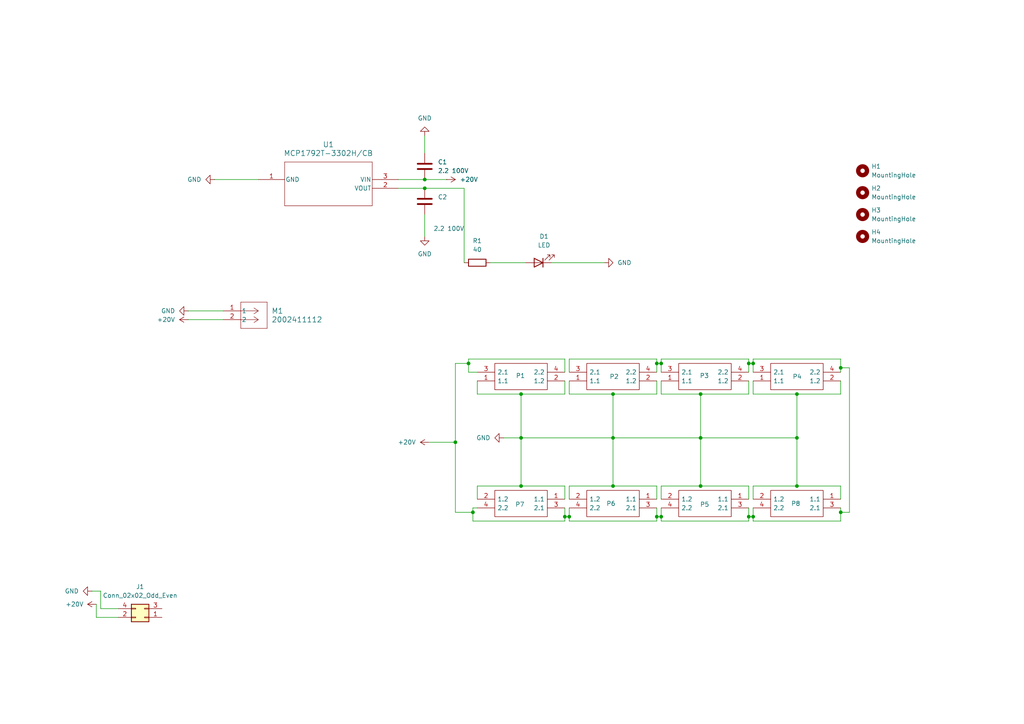
<source format=kicad_sch>
(kicad_sch (version 20250114) (generator "eeschema") (generator_version "9.0")
  (paper "A4")
  (title_block (title "Proxy PD") (rev "LL-Proxy-PD-A "))
  (lib_symbols
    (symbol "2025-08-04_21-40-05:2002411112" (pin_names (offset 0.254))
      (property "Reference" "J" (at 8.89 6.35 0))
      (property "Value" "2002411112" (at 0 0 0))
      (symbol "2002411112_1_1"
        (polyline (pts (xy 5.08 2.54) (xy 5.08 -5.08)) (stroke (width 0.127)))
        (polyline (pts (xy 5.08 -5.08) (xy 12.7 -5.08)) (stroke (width 0.127)))
        (polyline (pts (xy 10.16 0) (xy 5.08 0)) (stroke (width 0.127)))
        (polyline (pts (xy 10.16 0) (xy 8.89 0.8467)) (stroke (width 0.127)))
        (polyline (pts (xy 10.16 0) (xy 8.89 -0.8467)) (stroke (width 0.127)))
        (polyline (pts (xy 10.16 -2.54) (xy 5.08 -2.54)) (stroke (width 0.127)))
        (polyline (pts (xy 10.16 -2.54) (xy 8.89 -1.6933)) (stroke (width 0.127)))
        (polyline (pts (xy 10.16 -2.54) (xy 8.89 -3.3867)) (stroke (width 0.127)))
        (polyline (pts (xy 12.7 2.54) (xy 5.08 2.54)) (stroke (width 0.127)))
        (polyline (pts (xy 12.7 -5.08) (xy 12.7 2.54)) (stroke (width 0.127)))
        (pin unspecified line (at 0 0 0) (length 5.08) (name "1") (number "1"))
        (pin unspecified line (at 0 -2.54 0) (length 5.08) (name "2") (number "2"))
      )
      (symbol "2002411112_1_2"
        (polyline (pts (xy 5.08 2.54) (xy 5.08 -5.08)) (stroke (width 0.127)))
        (polyline (pts (xy 5.08 -5.08) (xy 12.7 -5.08)) (stroke (width 0.127)))
        (polyline (pts (xy 7.62 0) (xy 5.08 0)) (stroke (width 0.127)))
        (polyline (pts (xy 7.62 0) (xy 8.89 0.8467)) (stroke (width 0.127)))
        (polyline (pts (xy 7.62 0) (xy 8.89 -0.8467)) (stroke (width 0.127)))
        (polyline (pts (xy 7.62 -2.54) (xy 5.08 -2.54)) (stroke (width 0.127)))
        (polyline (pts (xy 7.62 -2.54) (xy 8.89 -1.6933)) (stroke (width 0.127)))
        (polyline (pts (xy 7.62 -2.54) (xy 8.89 -3.3867)) (stroke (width 0.127)))
        (polyline (pts (xy 12.7 2.54) (xy 5.08 2.54)) (stroke (width 0.127)))
        (polyline (pts (xy 12.7 -5.08) (xy 12.7 2.54)) (stroke (width 0.127)))
        (pin unspecified line (at 0 0 0) (length 5.08) (name "1") (number "1"))
        (pin unspecified line (at 0 -2.54 0) (length 5.08) (name "2") (number "2"))
      )
    )
    (symbol "2604-1102:2604-1102" (pin_names (offset 0.762))
      (property "Reference" "J" (at 21.59 7.62 0))
      (property "Value" "2604-1102" (at 21.59 5.08 0))
      (symbol "2604-1102_0_0"
        (pin passive line (at 0 0 0) (length 5.08) (name "1.1") (number "1"))
        (pin passive line (at 0 -2.54 0) (length 5.08) (name "2.1") (number "3"))
        (pin passive line (at 25.4 0 180) (length 5.08) (name "1.2") (number "2"))
        (pin passive line (at 25.4 -2.54 180) (length 5.08) (name "2.2") (number "4"))
      )
      (symbol "2604-1102_0_1"
        (polyline (pts (xy 5.08 2.54) (xy 20.32 2.54) (xy 20.32 -5.08) (xy 5.08 -5.08) (xy 5.08 2.54)) (stroke (width 0.1524)))
      )
    )
    (symbol "Connector_Generic:Conn_02x02_Odd_Even" (pin_names (offset 1.016) (hide yes))
      (property "Reference" "J" (at 1.27 2.54 0))
      (property "Value" "Conn_02x02_Odd_Even" (at 1.27 -5.08 0))
      (symbol "Conn_02x02_Odd_Even_1_1"
        (rectangle (start -1.27 1.27) (end 3.81 -3.81) (stroke (width 0.254)) (fill (type background)))
        (rectangle (start -1.27 0.127) (end 0 -0.127) (stroke (width 0.1524)))
        (rectangle (start -1.27 -2.413) (end 0 -2.667) (stroke (width 0.1524)))
        (rectangle (start 3.81 0.127) (end 2.54 -0.127) (stroke (width 0.1524)))
        (rectangle (start 3.81 -2.413) (end 2.54 -2.667) (stroke (width 0.1524)))
        (pin passive line (at -5.08 0 0) (length 3.81) (name "Pin_1") (number "1"))
        (pin passive line (at -5.08 -2.54 0) (length 3.81) (name "Pin_3") (number "3"))
        (pin passive line (at 7.62 0 180) (length 3.81) (name "Pin_2") (number "2"))
        (pin passive line (at 7.62 -2.54 180) (length 3.81) (name "Pin_4") (number "4"))
      )
    )
    (symbol "Device:C" (pin_numbers (hide yes)) (pin_names (offset 0.254))
      (property "Reference" "C" (at 0.635 2.54 0))
      (property "Value" "C" (at 0.635 -2.54 0))
      (symbol "C_0_1"
        (polyline (pts (xy -2.032 0.762) (xy 2.032 0.762)) (stroke (width 0.508)))
        (polyline (pts (xy -2.032 -0.762) (xy 2.032 -0.762)) (stroke (width 0.508)))
      )
      (symbol "C_1_1"
        (pin passive line (at 0 3.81 270) (length 2.794) (name "~") (number "1"))
        (pin passive line (at 0 -3.81 90) (length 2.794) (name "~") (number "2"))
      )
    )
    (symbol "Device:LED" (pin_numbers (hide yes)) (pin_names (offset 1.016) (hide yes))
      (property "Reference" "D" (at 0 2.54 0))
      (property "Value" "LED" (at 0 -2.54 0))
      (symbol "LED_0_1"
        (polyline (pts (xy -3.048 -0.762) (xy -4.572 -2.286) (xy -3.81 -2.286) (xy -4.572 -2.286) (xy -4.572 -1.524)))
        (polyline (pts (xy -1.778 -0.762) (xy -3.302 -2.286) (xy -2.54 -2.286) (xy -3.302 -2.286) (xy -3.302 -1.524)))
        (polyline (pts (xy -1.27 0) (xy 1.27 0)))
        (polyline (pts (xy -1.27 -1.27) (xy -1.27 1.27)) (stroke (width 0.254)))
        (polyline (pts (xy 1.27 -1.27) (xy 1.27 1.27) (xy -1.27 0) (xy 1.27 -1.27)) (stroke (width 0.254)))
      )
      (symbol "LED_1_1"
        (pin passive line (at -3.81 0 0) (length 2.54) (name "K") (number "1"))
        (pin passive line (at 3.81 0 180) (length 2.54) (name "A") (number "2"))
      )
    )
    (symbol "Device:R" (pin_numbers (hide yes)) (pin_names (offset 0))
      (property "Reference" "R" (at 2.032 0 90))
      (property "Value" "R" (at 0 0 90))
      (symbol "R_0_1"
        (rectangle (start -1.016 -2.54) (end 1.016 2.54) (stroke (width 0.254)))
      )
      (symbol "R_1_1"
        (pin passive line (at 0 3.81 270) (length 1.27) (name "~") (number "1"))
        (pin passive line (at 0 -3.81 90) (length 1.27) (name "~") (number "2"))
      )
    )
    (symbol "MCP1792T-3302H/CB:MCP1792T-3302H_CB" (pin_names (offset 0.254))
      (property "Reference" "U" (at 20.32 10.16 0))
      (property "Value" "MCP1792T-3302H/CB" (at 20.32 7.62 0))
      (symbol "MCP1792T-3302H_CB_0_1"
        (polyline (pts (xy 7.62 5.08) (xy 7.62 -7.62)) (stroke (width 0.127)))
        (polyline (pts (xy 7.62 -7.62) (xy 33.02 -7.62)) (stroke (width 0.127)))
        (polyline (pts (xy 33.02 5.08) (xy 7.62 5.08)) (stroke (width 0.127)))
        (polyline (pts (xy 33.02 -7.62) (xy 33.02 5.08)) (stroke (width 0.127)))
        (pin power_out line (at 0 0 0) (length 7.62) (name "GND") (number "1"))
        (pin power_in line (at 40.64 0 180) (length 7.62) (name "VIN") (number "3"))
        (pin output line (at 40.64 -2.54 180) (length 7.62) (name "VOUT") (number "2"))
      )
    )
    (symbol "Mechanical:MountingHole" (pin_names (offset 1.016)) (in_bom no)
      (property "Reference" "H" (at 0 5.08 0))
      (property "Value" "MountingHole" (at 0 3.175 0))
      (symbol "MountingHole_0_1"
        (circle (center 0 0) (radius 1.27) (stroke (width 1.27)))
      )
    )
    (symbol "power:+24V" (power) (pin_numbers (hide yes)) (pin_names (offset 0) (hide yes))
      (property "Value" "+24V" (at 0 3.556 0))
      (symbol "+24V_0_1"
        (polyline (pts (xy -0.762 1.27) (xy 0 2.54)))
        (polyline (pts (xy 0 2.54) (xy 0.762 1.27)))
        (polyline (pts (xy 0 0) (xy 0 2.54)))
      )
      (symbol "+24V_1_1"
        (pin power_in line (at 0 0 90) (length 0) (name "~") (number "1"))
      )
    )
    (symbol "power:GND" (power) (pin_numbers (hide yes)) (pin_names (offset 0) (hide yes))
      (property "Value" "GND" (at 0 -3.81 0))
      (symbol "GND_0_1"
        (polyline (pts (xy 0 0) (xy 0 -1.27) (xy 1.27 -1.27) (xy 0 -2.54) (xy -1.27 -1.27) (xy 0 -1.27)))
      )
      (symbol "GND_1_1"
        (pin power_in line (at 0 0 270) (length 0) (name "~") (number "1"))
      )
    )
  )
  (junction (at 218.44 149.86))
  (junction (at 123.19 52.07))
  (junction (at 243.84 106.68))
  (junction (at 165.1 149.86))
  (junction (at 177.8 140.97))
  (junction (at 191.77 149.86))
  (junction (at 135.89 105.41))
  (junction (at 151.13 140.97))
  (junction (at 231.14 127))
  (junction (at 231.14 114.3))
  (junction (at 203.2 127))
  (junction (at 218.44 105.41))
  (junction (at 231.14 140.97))
  (junction (at 132.08 128.27))
  (junction (at 243.84 148.59))
  (junction (at 190.5 105.41))
  (junction (at 177.8 127))
  (junction (at 163.83 149.86))
  (junction (at 217.17 105.41))
  (junction (at 151.13 127))
  (junction (at 123.19 54.61))
  (junction (at 203.2 114.3))
  (junction (at 190.5 149.86))
  (junction (at 137.16 148.59))
  (junction (at 177.8 114.3))
  (junction (at 217.17 149.86))
  (junction (at 191.77 105.41))
  (junction (at 203.2 140.97))
  (junction (at 151.13 114.3))
  (wire (pts (xy 190.5 149.86) (xy 190.5 147.32)))
  (wire (pts (xy 151.13 114.3) (xy 151.13 127)))
  (wire (pts (xy 151.13 114.3) (xy 138.43 114.3)))
  (wire (pts (xy 132.08 105.41) (xy 132.08 128.27)))
  (wire (pts (xy 190.5 105.41) (xy 190.5 104.14)))
  (wire (pts (xy 54.61 90.17) (xy 64.77 90.17)))
  (wire (pts (xy 163.83 151.13) (xy 137.16 151.13)))
  (wire (pts (xy 177.8 127) (xy 203.2 127)))
  (wire (pts (xy 29.21 176.53) (xy 29.21 171.45)))
  (wire (pts (xy 190.5 114.3) (xy 190.5 110.49)))
  (wire (pts (xy 177.8 140.97) (xy 177.8 127)))
  (wire (pts (xy 243.84 107.95) (xy 243.84 106.68)))
  (wire (pts (xy 165.1 110.49) (xy 165.1 114.3)))
  (wire (pts (xy 165.1 140.97) (xy 177.8 140.97)))
  (wire (pts (xy 177.8 140.97) (xy 190.5 140.97)))
  (wire (pts (xy 191.77 140.97) (xy 203.2 140.97)))
  (wire (pts (xy 142.24 76.2) (xy 152.4 76.2)))
  (wire (pts (xy 191.77 151.13) (xy 217.17 151.13)))
  (wire (pts (xy 34.29 176.53) (xy 29.21 176.53)))
  (wire (pts (xy 146.05 127) (xy 151.13 127)))
  (wire (pts (xy 138.43 147.32) (xy 137.16 147.32)))
  (wire (pts (xy 217.17 105.41) (xy 217.17 104.14)))
  (wire (pts (xy 218.44 104.14) (xy 218.44 105.41)))
  (wire (pts (xy 165.1 147.32) (xy 165.1 149.86)))
  (wire (pts (xy 165.1 151.13) (xy 190.5 151.13)))
  (wire (pts (xy 191.77 104.14) (xy 191.77 105.41)))
  (wire (pts (xy 191.77 147.32) (xy 191.77 149.86)))
  (wire (pts (xy 203.2 114.3) (xy 203.2 127)))
  (wire (pts (xy 243.84 106.68) (xy 243.84 104.14)))
  (wire (pts (xy 34.29 179.07) (xy 27.94 179.07)))
  (wire (pts (xy 163.83 114.3) (xy 151.13 114.3)))
  (wire (pts (xy 135.89 104.14) (xy 135.89 105.41)))
  (wire (pts (xy 243.84 114.3) (xy 231.14 114.3)))
  (wire (pts (xy 27.94 179.07) (xy 27.94 175.26)))
  (wire (pts (xy 217.17 140.97) (xy 217.17 144.78)))
  (wire (pts (xy 191.77 105.41) (xy 191.77 107.95)))
  (wire (pts (xy 190.5 149.86) (xy 191.77 149.86)))
  (wire (pts (xy 115.57 54.61) (xy 123.19 54.61)))
  (wire (pts (xy 217.17 107.95) (xy 217.17 105.41)))
  (wire (pts (xy 217.17 114.3) (xy 203.2 114.3)))
  (wire (pts (xy 231.14 140.97) (xy 243.84 140.97)))
  (wire (pts (xy 163.83 149.86) (xy 163.83 151.13)))
  (wire (pts (xy 190.5 105.41) (xy 191.77 105.41)))
  (wire (pts (xy 29.21 171.45) (xy 26.67 171.45)))
  (wire (pts (xy 165.1 114.3) (xy 177.8 114.3)))
  (wire (pts (xy 243.84 104.14) (xy 218.44 104.14)))
  (wire (pts (xy 137.16 151.13) (xy 137.16 148.59)))
  (wire (pts (xy 177.8 127) (xy 177.8 114.3)))
  (wire (pts (xy 62.23 52.07) (xy 74.93 52.07)))
  (wire (pts (xy 217.17 110.49) (xy 217.17 114.3)))
  (wire (pts (xy 151.13 140.97) (xy 163.83 140.97)))
  (wire (pts (xy 218.44 151.13) (xy 243.84 151.13)))
  (wire (pts (xy 165.1 104.14) (xy 165.1 107.95)))
  (wire (pts (xy 217.17 105.41) (xy 218.44 105.41)))
  (wire (pts (xy 246.38 148.59) (xy 246.38 106.68)))
  (wire (pts (xy 54.61 92.71) (xy 64.77 92.71)))
  (wire (pts (xy 218.44 140.97) (xy 231.14 140.97)))
  (wire (pts (xy 124.46 128.27) (xy 132.08 128.27)))
  (wire (pts (xy 243.84 151.13) (xy 243.84 148.59)))
  (wire (pts (xy 218.44 114.3) (xy 218.44 110.49)))
  (wire (pts (xy 218.44 144.78) (xy 218.44 140.97)))
  (wire (pts (xy 135.89 107.95) (xy 138.43 107.95)))
  (wire (pts (xy 163.83 147.32) (xy 163.83 149.86)))
  (wire (pts (xy 191.77 149.86) (xy 191.77 151.13)))
  (wire (pts (xy 246.38 106.68) (xy 243.84 106.68)))
  (wire (pts (xy 243.84 148.59) (xy 246.38 148.59)))
  (wire (pts (xy 203.2 127) (xy 203.2 140.97)))
  (wire (pts (xy 163.83 149.86) (xy 165.1 149.86)))
  (wire (pts (xy 132.08 105.41) (xy 135.89 105.41)))
  (wire (pts (xy 132.08 128.27) (xy 132.08 148.59)))
  (wire (pts (xy 203.2 114.3) (xy 191.77 114.3)))
  (wire (pts (xy 163.83 104.14) (xy 135.89 104.14)))
  (wire (pts (xy 160.02 76.2) (xy 175.26 76.2)))
  (wire (pts (xy 191.77 144.78) (xy 191.77 140.97)))
  (wire (pts (xy 218.44 147.32) (xy 218.44 149.86)))
  (wire (pts (xy 123.19 39.37) (xy 123.19 44.45)))
  (wire (pts (xy 218.44 105.41) (xy 218.44 107.95)))
  (wire (pts (xy 123.19 54.61) (xy 134.62 54.61)))
  (wire (pts (xy 243.84 110.49) (xy 243.84 114.3)))
  (wire (pts (xy 138.43 140.97) (xy 151.13 140.97)))
  (wire (pts (xy 217.17 149.86) (xy 217.17 147.32)))
  (wire (pts (xy 151.13 127) (xy 177.8 127)))
  (wire (pts (xy 231.14 114.3) (xy 218.44 114.3)))
  (wire (pts (xy 163.83 107.95) (xy 163.83 104.14)))
  (wire (pts (xy 191.77 114.3) (xy 191.77 110.49)))
  (wire (pts (xy 217.17 151.13) (xy 217.17 149.86)))
  (wire (pts (xy 135.89 105.41) (xy 135.89 107.95)))
  (wire (pts (xy 203.2 140.97) (xy 217.17 140.97)))
  (wire (pts (xy 123.19 62.23) (xy 123.19 68.58)))
  (wire (pts (xy 138.43 144.78) (xy 138.43 140.97)))
  (wire (pts (xy 190.5 104.14) (xy 165.1 104.14)))
  (wire (pts (xy 190.5 151.13) (xy 190.5 149.86)))
  (wire (pts (xy 231.14 127) (xy 231.14 140.97)))
  (wire (pts (xy 134.62 54.61) (xy 134.62 76.2)))
  (wire (pts (xy 123.19 52.07) (xy 129.54 52.07)))
  (wire (pts (xy 177.8 114.3) (xy 190.5 114.3)))
  (wire (pts (xy 137.16 148.59) (xy 137.16 147.32)))
  (wire (pts (xy 190.5 107.95) (xy 190.5 105.41)))
  (wire (pts (xy 115.57 52.07) (xy 123.19 52.07)))
  (wire (pts (xy 231.14 114.3) (xy 231.14 127)))
  (wire (pts (xy 190.5 140.97) (xy 190.5 144.78)))
  (wire (pts (xy 243.84 140.97) (xy 243.84 144.78)))
  (wire (pts (xy 217.17 149.86) (xy 218.44 149.86)))
  (wire (pts (xy 203.2 127) (xy 231.14 127)))
  (wire (pts (xy 217.17 104.14) (xy 191.77 104.14)))
  (wire (pts (xy 151.13 127) (xy 151.13 140.97)))
  (wire (pts (xy 243.84 148.59) (xy 243.84 147.32)))
  (wire (pts (xy 165.1 149.86) (xy 165.1 151.13)))
  (wire (pts (xy 137.16 148.59) (xy 132.08 148.59)))
  (wire (pts (xy 218.44 149.86) (xy 218.44 151.13)))
  (wire (pts (xy 165.1 144.78) (xy 165.1 140.97)))
  (wire (pts (xy 138.43 114.3) (xy 138.43 110.49)))
  (wire (pts (xy 163.83 110.49) (xy 163.83 114.3)))
  (wire (pts (xy 163.83 140.97) (xy 163.83 144.78)))
  (symbol (lib_id "power:GND") (at 54.61 90.17 270) (unit 1)
    (property "Reference" "#PWR02" (effects (hide yes)))
    (property "Value" "GND" (at 50.8 90.1699 90) (effects (justify right)))
    (property "Description" "Power symbol creates a global label with name \"GND\" , ground" (effects (hide yes)))
  )
  (symbol (lib_id "MCP1792T-3302H/CB:MCP1792T-3302H_CB") (at 74.93 52.07 0) (unit 1)
    (property "Reference" "U1" (at 95.25 41.91 0) (effects (font (size 1.524 1.524))))
    (property "Value" "MCP1792T-3302H/CB" (at 95.25 44.45 0) (effects (font (size 1.524 1.524))))
    (property "Footprint" "MCP1792T3302HCB:SOT-23A_CB_MCH" (effects (hide yes)))
    (property "Datasheet" "MCP1792T-3302H/CB" (effects (hide yes)))
    (property "LCSC Part #" "C625397" (effects (hide yes)))
    (property "FT Rotation Offset" "-90" (effects (hide yes)))
  )
  (symbol (lib_id "power:+24V") (at 54.61 92.71 90) (unit 1)
    (property "Reference" "#PWR01" (effects (hide yes)))
    (property "Value" "+20V" (at 50.8 92.7099 90) (effects (justify left)))
    (property "Description" "Power symbol creates a global label with name \"+24V\"" (effects (hide yes)))
  )
  (symbol (lib_id "2604-1102:2604-1102") (at 190.5 144.78 0) (mirror y) (unit 1)
    (property "Reference" "P6" (at 178.562 146.05 0) (effects (justify left)))
    (property "Value" "2604-1102" (effects (hide yes)))
    (property "Footprint" "Capacitor:26041102" (effects (hide yes)))
    (property "Datasheet" "https://www.wago.com/2604-1102" (effects (hide yes)))
    (property "Description" "PCB terminal block; lever; 4 mm; Pin spacing 5 mm; 2-pole; Push-in CAGE CLAMP" (effects (hide yes)))
    (property "Description_1" "PCB terminal block; lever; 4 mm; Pin spacing 5 mm; 2-pole; Push-in CAGE CLAMP" (effects (hide yes)))
    (property "Height" "16.7" (effects (hide yes)))
    (property "Manufacturer_Name" "Wago" (effects (hide yes)))
    (property "Manufacturer_Part_Number" "2604-1102" (effects (hide yes)))
    (property "Arrow Part Number" "2604-1102" (effects (hide yes)))
    (property "Arrow Price/Stock" "https://www.arrow.com/en/products/2604-1102/wago-kontakttechnik-gmbh?utm_currency=USD&region=nac" (effects (hide yes)))
    (property "LCSC Part #" "C3309286" (effects (hide yes)))
  )
  (symbol (lib_id "2604-1102:2604-1102") (at 191.77 110.49 0) (mirror x) (unit 1)
    (property "Reference" "P3" (at 202.946 108.966 0) (effects (justify left)))
    (property "Value" "2604-1102" (effects (hide yes)))
    (property "Footprint" "Capacitor:26041102" (effects (hide yes)))
    (property "Datasheet" "https://www.wago.com/2604-1102" (effects (hide yes)))
    (property "Description" "PCB terminal block; lever; 4 mm; Pin spacing 5 mm; 2-pole; Push-in CAGE CLAMP" (effects (hide yes)))
    (property "Description_1" "PCB terminal block; lever; 4 mm; Pin spacing 5 mm; 2-pole; Push-in CAGE CLAMP" (effects (hide yes)))
    (property "Height" "16.7" (effects (hide yes)))
    (property "Manufacturer_Name" "Wago" (effects (hide yes)))
    (property "Manufacturer_Part_Number" "2604-1102" (effects (hide yes)))
    (property "Arrow Part Number" "2604-1102" (effects (hide yes)))
    (property "Arrow Price/Stock" "https://www.arrow.com/en/products/2604-1102/wago-kontakttechnik-gmbh?utm_currency=USD&region=nac" (effects (hide yes)))
    (property "LCSC Part #" "C3309286" (effects (hide yes)))
  )
  (symbol (lib_id "Device:C") (at 123.19 48.26 0) (unit 1)
    (property "Reference" "C1" (at 127 46.9899 0) (effects (justify left)))
    (property "Value" "2.2 100V" (at 127 49.5299 0) (effects (justify left)))
    (property "Footprint" "Capacitor_SMD:C_0805_2012Metric" (effects (hide yes)))
    (property "Description" "Unpolarized capacitor" (effects (hide yes)))
    (property "LCSC Part #" "C2981733" (effects (hide yes)))
  )
  (symbol (lib_id "power:+24V") (at 27.94 175.26 90) (unit 1)
    (property "Reference" "#PWR07" (effects (hide yes)))
    (property "Value" "+20V" (at 24.2691 175.2599 90) (effects (justify left)))
    (property "Description" "Power symbol creates a global label with name \"+24V\"" (effects (hide yes)))
  )
  (symbol (lib_id "2025-08-04_21-40-05:2002411112") (at 64.77 90.17 0) (unit 1)
    (property "Reference" "M1" (at 78.74 90.1699 0) (effects (font (size 1.524 1.524)) (justify left)))
    (property "Value" "2002411112" (at 78.74 92.7099 0) (effects (font (size 1.524 1.524)) (justify left)))
    (property "Footprint" "MOLEXMega:CONN_2002411000_02_MOL" (effects (hide yes)))
    (property "Datasheet" "https://www.molex.com/en-us/products/part-detail-pdf/2002411112?display=pdf" (effects (hide yes)))
    (property "LCSC Part #" "C17294544" (effects (hide yes)))
  )
  (symbol (lib_id "power:GND") (at 146.05 127 270) (unit 1)
    (property "Reference" "#PWR05" (effects (hide yes)))
    (property "Value" "GND" (at 142.24 126.9999 90) (effects (justify right)))
    (property "Description" "Power symbol creates a global label with name \"GND\" , ground" (effects (hide yes)))
  )
  (symbol (lib_id "Device:LED") (at 156.21 76.2 180) (unit 1)
    (property "Reference" "D1" (at 157.7975 68.58 0))
    (property "Value" "LED" (at 157.7975 71.12 0))
    (property "Footprint" "CustomImports:LTST-C930" (effects (hide yes)))
    (property "Description" "Light emitting diode" (effects (hide yes)))
    (property "Sim.Pins" "1=K 2=A" (effects (hide yes)))
    (property "LCSC Part #" "C125111" (effects (hide yes)))
    (property "FT Rotation Offset" "180" (effects (hide yes)))
  )
  (symbol (lib_id "power:+24V") (at 129.54 52.07 270) (unit 1)
    (property "Reference" "#PWR03" (effects (hide yes)))
    (property "Value" "+20V" (at 133.35 52.0699 90) (effects (justify left)))
    (property "Description" "Power symbol creates a global label with name \"+24V\"" (effects (hide yes)))
  )
  (symbol (lib_id "power:+24V") (at 124.46 128.27 90) (unit 1)
    (property "Reference" "#PWR04" (effects (hide yes)))
    (property "Value" "+20V" (at 120.65 128.2699 90) (effects (justify left)))
    (property "Description" "Power symbol creates a global label with name \"+24V\"" (effects (hide yes)))
  )
  (symbol (lib_id "2604-1102:2604-1102") (at 243.84 144.78 0) (mirror y) (unit 1)
    (property "Reference" "P8" (at 232.156 146.05 0) (effects (justify left)))
    (property "Value" "2604-1102" (effects (hide yes)))
    (property "Footprint" "Capacitor:26041102" (effects (hide yes)))
    (property "Datasheet" "https://www.wago.com/2604-1102" (effects (hide yes)))
    (property "Description" "PCB terminal block; lever; 4 mm; Pin spacing 5 mm; 2-pole; Push-in CAGE CLAMP" (effects (hide yes)))
    (property "Description_1" "PCB terminal block; lever; 4 mm; Pin spacing 5 mm; 2-pole; Push-in CAGE CLAMP" (effects (hide yes)))
    (property "Height" "16.7" (effects (hide yes)))
    (property "Manufacturer_Name" "Wago" (effects (hide yes)))
    (property "Manufacturer_Part_Number" "2604-1102" (effects (hide yes)))
    (property "Arrow Part Number" "2604-1102" (effects (hide yes)))
    (property "Arrow Price/Stock" "https://www.arrow.com/en/products/2604-1102/wago-kontakttechnik-gmbh?utm_currency=USD&region=nac" (effects (hide yes)))
    (property "LCSC Part #" "C3309286" (effects (hide yes)))
  )
  (symbol (lib_id "2604-1102:2604-1102") (at 163.83 144.78 0) (mirror y) (unit 1)
    (property "Reference" "P7" (at 152.146 146.304 0) (effects (justify left)))
    (property "Value" "2604-1102" (effects (hide yes)))
    (property "Footprint" "Capacitor:26041102" (effects (hide yes)))
    (property "Datasheet" "https://www.wago.com/2604-1102" (effects (hide yes)))
    (property "Description" "PCB terminal block; lever; 4 mm; Pin spacing 5 mm; 2-pole; Push-in CAGE CLAMP" (effects (hide yes)))
    (property "Description_1" "PCB terminal block; lever; 4 mm; Pin spacing 5 mm; 2-pole; Push-in CAGE CLAMP" (effects (hide yes)))
    (property "Height" "16.7" (effects (hide yes)))
    (property "Manufacturer_Name" "Wago" (effects (hide yes)))
    (property "Manufacturer_Part_Number" "2604-1102" (effects (hide yes)))
    (property "Arrow Part Number" "2604-1102" (effects (hide yes)))
    (property "Arrow Price/Stock" "https://www.arrow.com/en/products/2604-1102/wago-kontakttechnik-gmbh?utm_currency=USD&region=nac" (effects (hide yes)))
    (property "LCSC Part #" "C3309286" (effects (hide yes)))
  )
  (symbol (lib_id "Mechanical:MountingHole") (at 250.19 49.53 0) (unit 1) (in_bom no)
    (property "Reference" "H1" (at 252.73 48.2599 0) (effects (justify left)))
    (property "Value" "MountingHole" (at 252.73 50.7999 0) (effects (justify left)))
    (property "Footprint" "MountingHole:MountingHole_2.5mm" (effects (hide yes)))
    (property "Description" "Mounting Hole without connection" (effects (hide yes)))
  )
  (symbol (lib_id "Mechanical:MountingHole") (at 250.19 55.88 0) (unit 1) (in_bom no)
    (property "Reference" "H2" (at 252.73 54.6099 0) (effects (justify left)))
    (property "Value" "MountingHole" (at 252.73 57.1499 0) (effects (justify left)))
    (property "Footprint" "MountingHole:MountingHole_2.5mm" (effects (hide yes)))
    (property "Description" "Mounting Hole without connection" (effects (hide yes)))
  )
  (symbol (lib_id "2604-1102:2604-1102") (at 218.44 110.49 0) (mirror x) (unit 1)
    (property "Reference" "P4" (at 229.87 109.22 0) (effects (justify left)))
    (property "Value" "2604-1102" (effects (hide yes)))
    (property "Footprint" "Capacitor:26041102" (effects (hide yes)))
    (property "Datasheet" "https://www.wago.com/2604-1102" (effects (hide yes)))
    (property "Description" "PCB terminal block; lever; 4 mm; Pin spacing 5 mm; 2-pole; Push-in CAGE CLAMP" (effects (hide yes)))
    (property "Description_1" "PCB terminal block; lever; 4 mm; Pin spacing 5 mm; 2-pole; Push-in CAGE CLAMP" (effects (hide yes)))
    (property "Height" "16.7" (effects (hide yes)))
    (property "Manufacturer_Name" "Wago" (effects (hide yes)))
    (property "Manufacturer_Part_Number" "2604-1102" (effects (hide yes)))
    (property "Arrow Part Number" "2604-1102" (effects (hide yes)))
    (property "Arrow Price/Stock" "https://www.arrow.com/en/products/2604-1102/wago-kontakttechnik-gmbh?utm_currency=USD&region=nac" (effects (hide yes)))
    (property "LCSC Part #" "C3309286" (effects (hide yes)))
  )
  (symbol (lib_id "Connector_Generic:Conn_02x02_Odd_Even") (at 41.91 179.07 180) (unit 1)
    (property "Reference" "J1" (at 40.64 170.18 0))
    (property "Value" "Conn_02x02_Odd_Even" (at 40.64 172.72 0))
    (property "Footprint" "Capacitor:Molex_MicroFit+2x2_2068320401" (effects (hide yes)))
    (property "Description" "Generic connector, double row, 02x02, odd/even pin numbering scheme (row 1 odd numbers, row 2 even numbers), script generated (kicad-library-utils/schlib/autogen/connector/)" (effects (hide yes)))
  )
  (symbol (lib_id "Mechanical:MountingHole") (at 250.19 62.23 0) (unit 1) (in_bom no)
    (property "Reference" "H3" (at 252.73 60.9599 0) (effects (justify left)))
    (property "Value" "MountingHole" (at 252.73 63.4999 0) (effects (justify left)))
    (property "Footprint" "MountingHole:MountingHole_2.5mm" (effects (hide yes)))
    (property "Description" "Mounting Hole without connection" (effects (hide yes)))
  )
  (symbol (lib_id "2604-1102:2604-1102") (at 165.1 110.49 0) (mirror x) (unit 1)
    (property "Reference" "P2" (at 176.784 109.22 0) (effects (justify left)))
    (property "Value" "2604-1102" (effects (hide yes)))
    (property "Footprint" "Capacitor:26041102" (effects (hide yes)))
    (property "Datasheet" "https://www.wago.com/2604-1102" (effects (hide yes)))
    (property "Description" "PCB terminal block; lever; 4 mm; Pin spacing 5 mm; 2-pole; Push-in CAGE CLAMP" (effects (hide yes)))
    (property "Description_1" "PCB terminal block; lever; 4 mm; Pin spacing 5 mm; 2-pole; Push-in CAGE CLAMP" (effects (hide yes)))
    (property "Height" "16.7" (effects (hide yes)))
    (property "Manufacturer_Name" "Wago" (effects (hide yes)))
    (property "Manufacturer_Part_Number" "2604-1102" (effects (hide yes)))
    (property "Arrow Part Number" "2604-1102" (effects (hide yes)))
    (property "Arrow Price/Stock" "https://www.arrow.com/en/products/2604-1102/wago-kontakttechnik-gmbh?utm_currency=USD&region=nac" (effects (hide yes)))
    (property "LCSC Part #" "C3309286" (effects (hide yes)))
  )
  (symbol (lib_id "power:GND") (at 62.23 52.07 270) (unit 1)
    (property "Reference" "#PWR09" (effects (hide yes)))
    (property "Value" "GND" (at 58.42 52.0699 90) (effects (justify right)))
    (property "Description" "Power symbol creates a global label with name \"GND\" , ground" (effects (hide yes)))
  )
  (symbol (lib_id "Device:C") (at 123.19 58.42 0) (unit 1)
    (property "Reference" "C2" (at 127 57.1499 0) (effects (justify left)))
    (property "Value" "2.2 100V" (at 125.73 66.294 0) (effects (justify left)))
    (property "Footprint" "Capacitor_SMD:C_0805_2012Metric" (effects (hide yes)))
    (property "Description" "Unpolarized capacitor" (effects (hide yes)))
    (property "LCSC Part #" "C2981733" (effects (hide yes)))
  )
  (symbol (lib_id "2604-1102:2604-1102") (at 138.43 110.49 0) (mirror x) (unit 1)
    (property "Reference" "P1" (at 149.606 108.966 0) (effects (justify left)))
    (property "Value" "2604-1102" (effects (hide yes)))
    (property "Footprint" "Capacitor:26041102" (effects (hide yes)))
    (property "Datasheet" "https://www.wago.com/2604-1102" (effects (hide yes)))
    (property "Description" "PCB terminal block; lever; 4 mm; Pin spacing 5 mm; 2-pole; Push-in CAGE CLAMP" (effects (hide yes)))
    (property "Description_1" "PCB terminal block; lever; 4 mm; Pin spacing 5 mm; 2-pole; Push-in CAGE CLAMP" (effects (hide yes)))
    (property "Height" "16.7" (effects (hide yes)))
    (property "Manufacturer_Name" "Wago" (effects (hide yes)))
    (property "Manufacturer_Part_Number" "2604-1102" (effects (hide yes)))
    (property "Arrow Part Number" "2604-1102" (effects (hide yes)))
    (property "Arrow Price/Stock" "https://www.arrow.com/en/products/2604-1102/wago-kontakttechnik-gmbh?utm_currency=USD&region=nac" (effects (hide yes)))
    (property "LCSC Part #" "C3309286" (effects (hide yes)))
  )
  (symbol (lib_id "Mechanical:MountingHole") (at 250.19 68.58 0) (unit 1) (in_bom no)
    (property "Reference" "H4" (at 252.73 67.3099 0) (effects (justify left)))
    (property "Value" "MountingHole" (at 252.73 69.8499 0) (effects (justify left)))
    (property "Footprint" "MountingHole:MountingHole_2.5mm" (effects (hide yes)))
    (property "Description" "Mounting Hole without connection" (effects (hide yes)))
  )
  (symbol (lib_id "power:GND") (at 26.67 171.45 270) (unit 1)
    (property "Reference" "#PWR08" (effects (hide yes)))
    (property "Value" "GND" (at 22.86 171.4499 90) (effects (justify right)))
    (property "Description" "Power symbol creates a global label with name \"GND\" , ground" (effects (hide yes)))
  )
  (symbol (lib_id "Device:R") (at 138.43 76.2 90) (unit 1)
    (property "Reference" "R1" (at 138.43 69.85 90))
    (property "Value" "40" (at 138.43 72.39 90))
    (property "Footprint" "Resistor_SMD:R_0805_2012Metric" (effects (hide yes)))
    (property "Description" "Resistor" (effects (hide yes)))
    (property "LCSC Part #" "C114564" (effects (hide yes)))
  )
  (symbol (lib_id "power:GND") (at 123.19 68.58 0) (unit 1)
    (property "Reference" "#PWR011" (effects (hide yes)))
    (property "Value" "GND" (at 123.19 73.66 0))
    (property "Description" "Power symbol creates a global label with name \"GND\" , ground" (effects (hide yes)))
  )
  (symbol (lib_id "2604-1102:2604-1102") (at 217.17 144.78 0) (mirror y) (unit 1)
    (property "Reference" "P5" (at 205.74 146.304 0) (effects (justify left)))
    (property "Value" "2604-1102" (effects (hide yes)))
    (property "Footprint" "Capacitor:26041102" (effects (hide yes)))
    (property "Datasheet" "https://www.wago.com/2604-1102" (effects (hide yes)))
    (property "Description" "PCB terminal block; lever; 4 mm; Pin spacing 5 mm; 2-pole; Push-in CAGE CLAMP" (effects (hide yes)))
    (property "Description_1" "PCB terminal block; lever; 4 mm; Pin spacing 5 mm; 2-pole; Push-in CAGE CLAMP" (effects (hide yes)))
    (property "Height" "16.7" (effects (hide yes)))
    (property "Manufacturer_Name" "Wago" (effects (hide yes)))
    (property "Manufacturer_Part_Number" "2604-1102" (effects (hide yes)))
    (property "Arrow Part Number" "2604-1102" (effects (hide yes)))
    (property "Arrow Price/Stock" "https://www.arrow.com/en/products/2604-1102/wago-kontakttechnik-gmbh?utm_currency=USD&region=nac" (effects (hide yes)))
    (property "LCSC Part #" "C3309286" (effects (hide yes)))
  )
  (symbol (lib_id "power:GND") (at 175.26 76.2 90) (unit 1)
    (property "Reference" "#PWR06" (effects (hide yes)))
    (property "Value" "GND" (at 179.07 76.1999 90) (effects (justify right)))
    (property "Description" "Power symbol creates a global label with name \"GND\" , ground" (effects (hide yes)))
  )
  (symbol (lib_id "power:GND") (at 123.19 39.37 180) (unit 1)
    (property "Reference" "#PWR010" (effects (hide yes)))
    (property "Value" "GND" (at 123.19 34.29 0))
    (property "Description" "Power symbol creates a global label with name \"GND\" , ground" (effects (hide yes)))
  )
)
</source>
